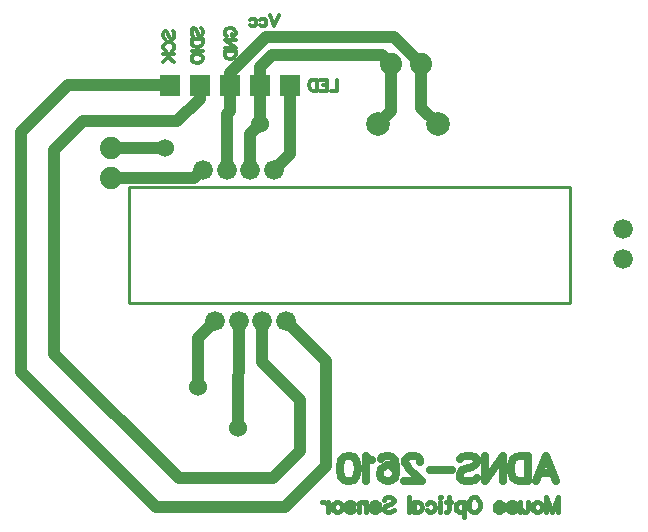
<source format=gbl>
G04 Layer: BottomLayer*
G04 EasyEDA v6.4.19.5, 2021-05-02T15:51:48+00:00*
G04 fa95a55a5d7b4a54880c62140e65483f,df9bcaa0b1a24b1393461ff34c98d398,10*
G04 Gerber Generator version 0.2*
G04 Scale: 100 percent, Rotated: No, Reflected: No *
G04 Dimensions in millimeters *
G04 leading zeros omitted , absolute positions ,4 integer and 5 decimal *
%FSLAX45Y45*%
%MOMM*%

%ADD10C,0.2540*%
%ADD11C,1.0000*%
%ADD12C,1.5240*%
%ADD13C,1.8801*%
%ADD14C,2.0000*%
%ADD15C,1.6764*%
%ADD16C,0.4000*%
%ADD17C,0.6500*%
%ADD18C,0.3500*%

%LPD*%
D16*
X4724400Y220080D02*
G01*
X4724400Y95991D01*
X4724400Y220080D02*
G01*
X4677128Y95991D01*
X4629853Y220080D02*
G01*
X4677128Y95991D01*
X4629853Y220080D02*
G01*
X4629853Y95991D01*
X4561309Y178716D02*
G01*
X4573127Y172808D01*
X4584946Y160990D01*
X4590854Y143263D01*
X4590854Y131445D01*
X4584946Y113718D01*
X4573127Y101899D01*
X4561309Y95991D01*
X4543582Y95991D01*
X4531763Y101899D01*
X4519945Y113718D01*
X4514037Y131445D01*
X4514037Y143263D01*
X4519945Y160990D01*
X4531763Y172808D01*
X4543582Y178716D01*
X4561309Y178716D01*
X4475035Y178716D02*
G01*
X4475035Y119626D01*
X4469127Y101899D01*
X4457308Y95991D01*
X4439582Y95991D01*
X4427763Y101899D01*
X4410036Y119626D01*
X4410036Y178716D02*
G01*
X4410036Y95991D01*
X4306036Y160990D02*
G01*
X4311944Y172808D01*
X4329673Y178716D01*
X4347400Y178716D01*
X4365127Y172808D01*
X4371035Y160990D01*
X4365127Y149171D01*
X4353308Y143263D01*
X4323763Y137355D01*
X4311944Y131445D01*
X4306036Y119626D01*
X4306036Y113718D01*
X4311944Y101899D01*
X4329673Y95991D01*
X4347400Y95991D01*
X4365127Y101899D01*
X4371035Y113718D01*
X4267037Y143263D02*
G01*
X4196128Y143263D01*
X4196128Y155082D01*
X4202036Y166900D01*
X4207944Y172808D01*
X4219762Y178716D01*
X4237492Y178716D01*
X4249308Y172808D01*
X4261126Y160990D01*
X4267037Y143263D01*
X4267037Y131445D01*
X4261126Y113718D01*
X4249308Y101899D01*
X4237492Y95991D01*
X4219762Y95991D01*
X4207944Y101899D01*
X4196128Y113718D01*
X4030672Y220080D02*
G01*
X4042491Y214172D01*
X4054309Y202354D01*
X4060217Y190535D01*
X4066128Y172808D01*
X4066128Y143263D01*
X4060217Y125536D01*
X4054309Y113718D01*
X4042491Y101899D01*
X4030672Y95991D01*
X4007035Y95991D01*
X3995219Y101899D01*
X3983400Y113718D01*
X3977490Y125536D01*
X3971582Y143263D01*
X3971582Y172808D01*
X3977490Y190535D01*
X3983400Y202354D01*
X3995219Y214172D01*
X4007035Y220080D01*
X4030672Y220080D01*
X3932582Y178716D02*
G01*
X3932582Y54627D01*
X3932582Y160990D02*
G01*
X3920764Y172808D01*
X3908945Y178716D01*
X3891219Y178716D01*
X3879400Y172808D01*
X3867581Y160990D01*
X3861673Y143263D01*
X3861673Y131445D01*
X3867581Y113718D01*
X3879400Y101899D01*
X3891219Y95991D01*
X3908945Y95991D01*
X3920764Y101899D01*
X3932582Y113718D01*
X3804945Y220080D02*
G01*
X3804945Y119626D01*
X3799037Y101899D01*
X3787218Y95991D01*
X3775400Y95991D01*
X3822672Y178716D02*
G01*
X3781308Y178716D01*
X3736400Y220080D02*
G01*
X3730490Y214172D01*
X3724582Y220080D01*
X3730490Y225991D01*
X3736400Y220080D01*
X3730490Y178716D02*
G01*
X3730490Y95991D01*
X3614671Y160990D02*
G01*
X3626490Y172808D01*
X3638308Y178716D01*
X3656035Y178716D01*
X3667853Y172808D01*
X3679672Y160990D01*
X3685580Y143263D01*
X3685580Y131445D01*
X3679672Y113718D01*
X3667853Y101899D01*
X3656035Y95991D01*
X3638308Y95991D01*
X3626490Y101899D01*
X3614671Y113718D01*
X3504763Y178716D02*
G01*
X3504763Y95991D01*
X3504763Y160990D02*
G01*
X3516581Y172808D01*
X3528400Y178716D01*
X3546127Y178716D01*
X3557945Y172808D01*
X3569764Y160990D01*
X3575672Y143263D01*
X3575672Y131445D01*
X3569764Y113718D01*
X3557945Y101899D01*
X3546127Y95991D01*
X3528400Y95991D01*
X3516581Y101899D01*
X3504763Y113718D01*
X3465763Y220080D02*
G01*
X3465763Y95991D01*
X3253036Y202354D02*
G01*
X3264855Y214172D01*
X3282581Y220080D01*
X3306218Y220080D01*
X3323945Y214172D01*
X3335764Y202354D01*
X3335764Y190535D01*
X3329853Y178716D01*
X3323945Y172808D01*
X3312126Y166900D01*
X3276673Y155082D01*
X3264855Y149171D01*
X3258944Y143263D01*
X3253036Y131445D01*
X3253036Y113718D01*
X3264855Y101899D01*
X3282581Y95991D01*
X3306218Y95991D01*
X3323945Y101899D01*
X3335764Y113718D01*
X3214037Y143263D02*
G01*
X3143128Y143263D01*
X3143128Y155082D01*
X3149036Y166900D01*
X3154946Y172808D01*
X3166762Y178716D01*
X3184491Y178716D01*
X3196308Y172808D01*
X3208126Y160990D01*
X3214037Y143263D01*
X3214037Y131445D01*
X3208126Y113718D01*
X3196308Y101899D01*
X3184491Y95991D01*
X3166762Y95991D01*
X3154946Y101899D01*
X3143128Y113718D01*
X3104126Y178716D02*
G01*
X3104126Y95991D01*
X3104126Y155082D02*
G01*
X3086399Y172808D01*
X3074581Y178716D01*
X3056854Y178716D01*
X3045035Y172808D01*
X3039127Y155082D01*
X3039127Y95991D01*
X2935127Y160990D02*
G01*
X2941035Y172808D01*
X2958764Y178716D01*
X2976491Y178716D01*
X2994218Y172808D01*
X3000126Y160990D01*
X2994218Y149171D01*
X2982399Y143263D01*
X2952854Y137355D01*
X2941035Y131445D01*
X2935127Y119626D01*
X2935127Y113718D01*
X2941035Y101899D01*
X2958764Y95991D01*
X2976491Y95991D01*
X2994218Y101899D01*
X3000126Y113718D01*
X2866583Y178716D02*
G01*
X2878399Y172808D01*
X2890217Y160990D01*
X2896128Y143263D01*
X2896128Y131445D01*
X2890217Y113718D01*
X2878399Y101899D01*
X2866583Y95991D01*
X2848853Y95991D01*
X2837035Y101899D01*
X2825219Y113718D01*
X2819308Y131445D01*
X2819308Y143263D01*
X2825219Y160990D01*
X2837035Y172808D01*
X2848853Y178716D01*
X2866583Y178716D01*
X2780309Y178716D02*
G01*
X2780309Y95991D01*
X2780309Y143263D02*
G01*
X2774398Y160990D01*
X2762582Y172808D01*
X2750764Y178716D01*
X2733037Y178716D01*
D17*
X4628062Y574989D02*
G01*
X4711700Y355445D01*
X4628062Y574989D02*
G01*
X4544428Y355445D01*
X4680336Y428627D02*
G01*
X4575789Y428627D01*
X4475426Y574989D02*
G01*
X4475426Y355445D01*
X4475426Y574989D02*
G01*
X4402246Y574989D01*
X4370882Y564535D01*
X4349973Y543626D01*
X4339518Y522719D01*
X4329064Y491355D01*
X4329064Y439082D01*
X4339518Y407718D01*
X4349973Y386808D01*
X4370882Y365899D01*
X4402246Y355445D01*
X4475426Y355445D01*
X4260062Y574989D02*
G01*
X4260062Y355445D01*
X4260062Y574989D02*
G01*
X4113700Y355445D01*
X4113700Y574989D02*
G01*
X4113700Y355445D01*
X3898336Y543626D02*
G01*
X3919245Y564535D01*
X3950609Y574989D01*
X3992427Y574989D01*
X4023791Y564535D01*
X4044701Y543626D01*
X4044701Y522719D01*
X4034246Y501810D01*
X4023791Y491355D01*
X4002882Y480900D01*
X3940154Y459991D01*
X3919245Y449536D01*
X3908790Y439082D01*
X3898336Y418172D01*
X3898336Y386808D01*
X3919245Y365899D01*
X3950609Y355445D01*
X3992427Y355445D01*
X4023791Y365899D01*
X4044701Y386808D01*
X3829337Y449536D02*
G01*
X3641153Y449536D01*
X3561699Y522719D02*
G01*
X3561699Y533173D01*
X3551245Y554080D01*
X3540790Y564535D01*
X3519881Y574989D01*
X3478062Y574989D01*
X3457153Y564535D01*
X3446701Y554080D01*
X3436246Y533173D01*
X3436246Y512264D01*
X3446701Y491355D01*
X3467608Y459991D01*
X3572154Y355445D01*
X3425791Y355445D01*
X3231337Y543626D02*
G01*
X3241791Y564535D01*
X3273155Y574989D01*
X3294062Y574989D01*
X3325426Y564535D01*
X3346335Y533173D01*
X3356790Y480900D01*
X3356790Y428627D01*
X3346335Y386808D01*
X3325426Y365899D01*
X3294062Y355445D01*
X3283607Y355445D01*
X3252246Y365899D01*
X3231337Y386808D01*
X3220882Y418172D01*
X3220882Y428627D01*
X3231337Y459991D01*
X3252246Y480900D01*
X3283607Y491355D01*
X3294062Y491355D01*
X3325426Y480900D01*
X3346335Y459991D01*
X3356790Y428627D01*
X3151880Y533173D02*
G01*
X3130971Y543626D01*
X3099610Y574989D01*
X3099610Y355445D01*
X2967880Y574989D02*
G01*
X2999244Y564535D01*
X3020153Y533173D01*
X3030608Y480900D01*
X3030608Y449536D01*
X3020153Y397263D01*
X2999244Y365899D01*
X2967880Y355445D01*
X2946971Y355445D01*
X2915610Y365899D01*
X2894700Y397263D01*
X2884246Y449536D01*
X2884246Y480900D01*
X2894700Y533173D01*
X2915610Y564535D01*
X2946971Y574989D01*
X2967880Y574989D01*
D18*
X1398628Y4101962D02*
G01*
X1389537Y4111053D01*
X1384990Y4124690D01*
X1384990Y4142872D01*
X1389537Y4156509D01*
X1398628Y4165600D01*
X1407718Y4165600D01*
X1416809Y4161053D01*
X1421353Y4156509D01*
X1425900Y4147418D01*
X1434990Y4120146D01*
X1439537Y4111053D01*
X1444081Y4106509D01*
X1453172Y4101962D01*
X1466809Y4101962D01*
X1475900Y4111053D01*
X1480446Y4124690D01*
X1480446Y4142872D01*
X1475900Y4156509D01*
X1466809Y4165600D01*
X1407718Y4003781D02*
G01*
X1398628Y4008328D01*
X1389537Y4017418D01*
X1384990Y4026509D01*
X1384990Y4044690D01*
X1389537Y4053781D01*
X1398628Y4062872D01*
X1407718Y4067418D01*
X1421353Y4071962D01*
X1444081Y4071962D01*
X1457718Y4067418D01*
X1466809Y4062872D01*
X1475900Y4053781D01*
X1480446Y4044690D01*
X1480446Y4026509D01*
X1475900Y4017418D01*
X1466809Y4008328D01*
X1457718Y4003781D01*
X1384990Y3973781D02*
G01*
X1480446Y3973781D01*
X1384990Y3910144D02*
G01*
X1448628Y3973781D01*
X1425900Y3951053D02*
G01*
X1480446Y3910144D01*
X1639928Y4127362D02*
G01*
X1630837Y4136453D01*
X1626290Y4150090D01*
X1626290Y4168272D01*
X1630837Y4181909D01*
X1639928Y4191000D01*
X1649018Y4191000D01*
X1658109Y4186453D01*
X1662653Y4181909D01*
X1667200Y4172818D01*
X1676290Y4145546D01*
X1680837Y4136453D01*
X1685381Y4131909D01*
X1694472Y4127362D01*
X1708109Y4127362D01*
X1717200Y4136453D01*
X1721746Y4150090D01*
X1721746Y4168272D01*
X1717200Y4181909D01*
X1708109Y4191000D01*
X1626290Y4097362D02*
G01*
X1721746Y4097362D01*
X1626290Y4097362D02*
G01*
X1626290Y4065544D01*
X1630837Y4051909D01*
X1639928Y4042818D01*
X1649018Y4038272D01*
X1662653Y4033728D01*
X1685381Y4033728D01*
X1699018Y4038272D01*
X1708109Y4042818D01*
X1717200Y4051909D01*
X1721746Y4065544D01*
X1721746Y4097362D01*
X1626290Y4003728D02*
G01*
X1721746Y4003728D01*
X1626290Y3946453D02*
G01*
X1630837Y3955544D01*
X1639928Y3964635D01*
X1649018Y3969181D01*
X1662653Y3973728D01*
X1685381Y3973728D01*
X1699018Y3969181D01*
X1708109Y3964635D01*
X1717200Y3955544D01*
X1721746Y3946453D01*
X1721746Y3928272D01*
X1717200Y3919181D01*
X1708109Y3910091D01*
X1699018Y3905544D01*
X1685381Y3901000D01*
X1662653Y3901000D01*
X1649018Y3905544D01*
X1639928Y3910091D01*
X1630837Y3919181D01*
X1626290Y3928272D01*
X1626290Y3946453D01*
X1928418Y4122818D02*
G01*
X1919328Y4127362D01*
X1910237Y4136453D01*
X1905690Y4145546D01*
X1905690Y4163728D01*
X1910237Y4172818D01*
X1919328Y4181909D01*
X1928418Y4186453D01*
X1942053Y4191000D01*
X1964781Y4191000D01*
X1978418Y4186453D01*
X1987509Y4181909D01*
X1996600Y4172818D01*
X2001146Y4163728D01*
X2001146Y4145546D01*
X1996600Y4136453D01*
X1987509Y4127362D01*
X1978418Y4122818D01*
X1964781Y4122818D01*
X1964781Y4145546D02*
G01*
X1964781Y4122818D01*
X1905690Y4092818D02*
G01*
X2001146Y4092818D01*
X1905690Y4092818D02*
G01*
X2001146Y4029181D01*
X1905690Y4029181D02*
G01*
X2001146Y4029181D01*
X1905690Y3999181D02*
G01*
X2001146Y3999181D01*
X1905690Y3999181D02*
G01*
X1905690Y3967363D01*
X1910237Y3953728D01*
X1919328Y3944635D01*
X1928418Y3940091D01*
X1942053Y3935544D01*
X1964781Y3935544D01*
X1978418Y3940091D01*
X1987509Y3944635D01*
X1996600Y3953728D01*
X2001146Y3967363D01*
X2001146Y3999181D01*
X2857500Y3758509D02*
G01*
X2857500Y3663053D01*
X2857500Y3663053D02*
G01*
X2802953Y3663053D01*
X2772953Y3758509D02*
G01*
X2772953Y3663053D01*
X2772953Y3758509D02*
G01*
X2713863Y3758509D01*
X2772953Y3713053D02*
G01*
X2736590Y3713053D01*
X2772953Y3663053D02*
G01*
X2713863Y3663053D01*
X2683863Y3758509D02*
G01*
X2683863Y3663053D01*
X2683863Y3758509D02*
G01*
X2652044Y3758509D01*
X2638409Y3753962D01*
X2629319Y3744871D01*
X2624772Y3735781D01*
X2620228Y3722146D01*
X2620228Y3699418D01*
X2624772Y3685781D01*
X2629319Y3676690D01*
X2638409Y3667599D01*
X2652044Y3663053D01*
X2683863Y3663053D01*
X2362200Y4304609D02*
G01*
X2325837Y4209153D01*
X2289472Y4304609D02*
G01*
X2325837Y4209153D01*
X2204928Y4259153D02*
G01*
X2214018Y4268246D01*
X2223109Y4272790D01*
X2236744Y4272790D01*
X2245837Y4268246D01*
X2254928Y4259153D01*
X2259472Y4245518D01*
X2259472Y4236427D01*
X2254928Y4222790D01*
X2245837Y4213699D01*
X2236744Y4209153D01*
X2223109Y4209153D01*
X2214018Y4213699D01*
X2204928Y4222790D01*
X2120381Y4259153D02*
G01*
X2129472Y4268246D01*
X2138563Y4272790D01*
X2152200Y4272790D01*
X2161291Y4268246D01*
X2170381Y4259153D01*
X2174928Y4245518D01*
X2174928Y4236427D01*
X2170381Y4222790D01*
X2161291Y4213699D01*
X2152200Y4209153D01*
X2138563Y4209153D01*
X2129472Y4213699D01*
X2120381Y4222790D01*
D11*
X2203450Y3708400D02*
G01*
X2203450Y3378200D01*
X946150Y3175000D02*
G01*
X1403350Y3175000D01*
X1949450Y3708400D02*
G01*
X1949450Y3810000D01*
X2254250Y4114800D01*
X3340100Y4114800D01*
X3568700Y3886200D01*
X2203450Y3708400D02*
G01*
X2203450Y3860800D01*
X2305050Y3962400D01*
X3238500Y3962400D01*
X3314700Y3886200D01*
X3568700Y3886200D02*
G01*
X3568700Y3517900D01*
X3708400Y3378200D01*
X3314700Y3886200D02*
G01*
X3314700Y3492500D01*
X3200400Y3378200D01*
X1949450Y3708400D02*
G01*
X1949450Y3492500D01*
X1921507Y3464557D01*
X1921507Y2994657D01*
X946150Y2921000D02*
G01*
X1649735Y2921000D01*
X1723392Y2994657D01*
X2023107Y1714500D02*
G01*
X2021334Y808484D01*
X1676250Y1153540D02*
G01*
X1676250Y1568295D01*
X1822450Y1714500D01*
X1695450Y3708400D02*
G01*
X1695450Y3594100D01*
X1504950Y3403600D01*
X704850Y3403600D01*
X463550Y3162300D01*
X463550Y1435100D01*
X1517650Y381000D01*
X2317750Y381000D01*
X2546350Y609600D01*
X2546350Y1041400D01*
X2221235Y1366520D01*
X2221235Y1714500D01*
X1441450Y3708400D02*
G01*
X577850Y3708400D01*
X184150Y3314700D01*
X184150Y1282700D01*
X1327150Y139700D01*
X2419350Y139700D01*
X2762250Y482600D01*
X2762250Y1374142D01*
X2421892Y1714500D01*
X2457450Y3708400D02*
G01*
X2457450Y3129279D01*
X2322835Y2994657D01*
X2203450Y3378200D02*
G01*
X2122164Y3296920D01*
X2122164Y2994657D01*
D10*
X1098550Y2844800D02*
G01*
X4832350Y2844800D01*
X4832350Y1866900D01*
X1098550Y1866900D01*
X1098550Y2844800D01*
D12*
G01*
X2203450Y3378200D03*
G01*
X1403350Y3175000D03*
G01*
X1676247Y1153540D03*
G01*
X2021331Y808481D03*
D13*
G01*
X3568700Y3886200D03*
G01*
X3314700Y3886200D03*
G36*
X2115947Y3795903D02*
G01*
X2290952Y3795903D01*
X2290952Y3620896D01*
X2115947Y3620896D01*
G37*
G36*
X2369947Y3795903D02*
G01*
X2544952Y3795903D01*
X2544952Y3620896D01*
X2369947Y3620896D01*
G37*
G36*
X1861946Y3795903D02*
G01*
X2036952Y3795903D01*
X2036952Y3620896D01*
X1861946Y3620896D01*
G37*
G36*
X1607946Y3795903D02*
G01*
X1782953Y3795903D01*
X1782953Y3620896D01*
X1607946Y3620896D01*
G37*
G36*
X1353946Y3795903D02*
G01*
X1528953Y3795903D01*
X1528953Y3620896D01*
X1353946Y3620896D01*
G37*
G01*
X946150Y2921000D03*
G01*
X946150Y3175000D03*
D14*
G01*
X3200400Y3378200D03*
G01*
X3708400Y3378200D03*
D15*
G01*
X2322829Y2994660D03*
G01*
X2122170Y2994660D03*
G01*
X1921510Y2994660D03*
G01*
X1723389Y2994660D03*
G01*
X2421890Y1714500D03*
G01*
X2221229Y1714500D03*
G01*
X2023109Y1714500D03*
G01*
X1822450Y1714500D03*
G01*
X5275656Y2489200D03*
G01*
X5275656Y2235200D03*
M02*

</source>
